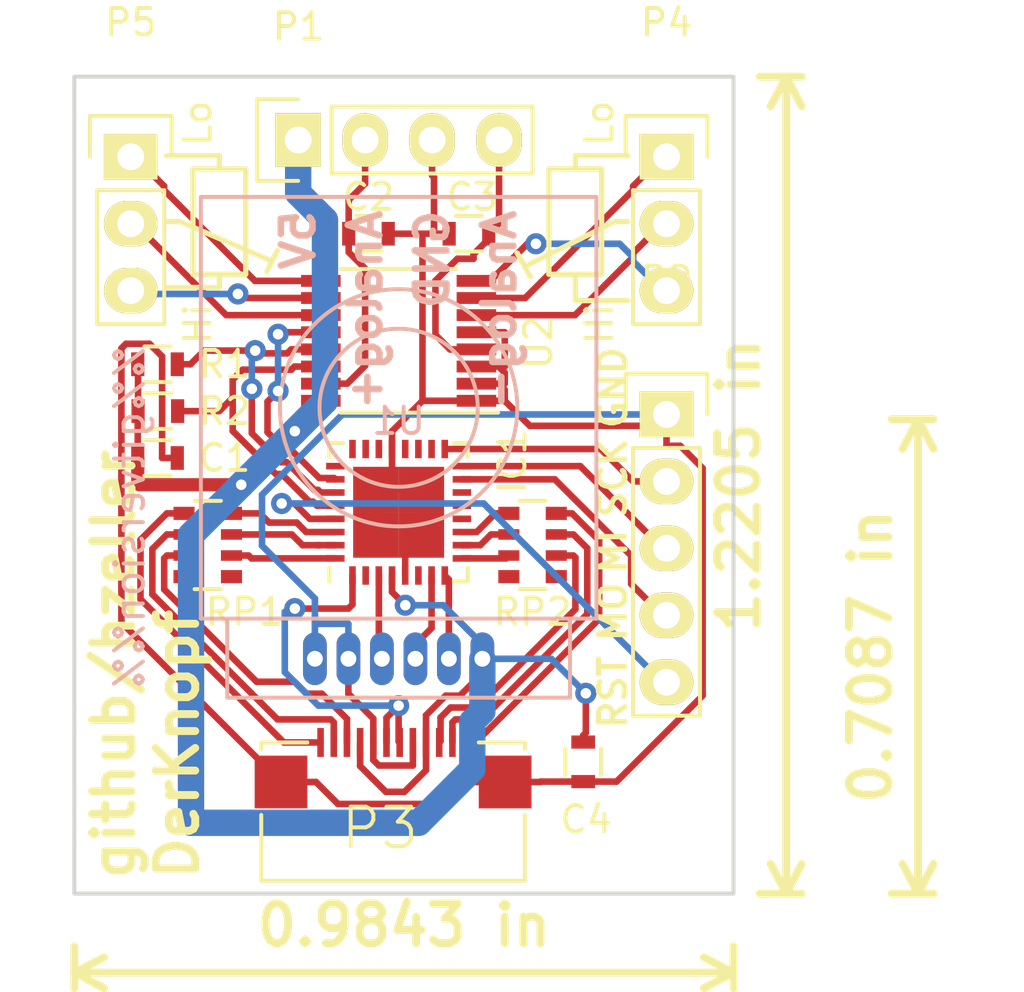
<source format=kicad_pcb>
(kicad_pcb (version 20171130) (host pcbnew "(5.1.12)-1")

  (general
    (thickness 1.6)
    (drawings 48)
    (tracks 322)
    (zones 0)
    (modules 16)
    (nets 50)
  )

  (page A4)
  (layers
    (0 F.Cu signal)
    (31 B.Cu signal)
    (32 B.Adhes user)
    (33 F.Adhes user)
    (34 B.Paste user)
    (35 F.Paste user)
    (36 B.SilkS user)
    (37 F.SilkS user)
    (38 B.Mask user)
    (39 F.Mask user)
    (40 Dwgs.User user)
    (41 Cmts.User user)
    (42 Eco1.User user)
    (43 Eco2.User user)
    (44 Edge.Cuts user)
    (45 Margin user)
    (46 B.CrtYd user)
    (47 F.CrtYd user)
    (48 B.Fab user)
    (49 F.Fab user)
  )

  (setup
    (last_trace_width 0.25)
    (user_trace_width 0.5)
    (user_trace_width 1)
    (trace_clearance 0.2)
    (zone_clearance 0.508)
    (zone_45_only no)
    (trace_min 0.2)
    (via_size 0.8)
    (via_drill 0.4)
    (via_min_size 0.4)
    (via_min_drill 0.3)
    (uvia_size 0.3)
    (uvia_drill 0.1)
    (uvias_allowed no)
    (uvia_min_size 0.2)
    (uvia_min_drill 0.1)
    (edge_width 0.15)
    (segment_width 0.2)
    (pcb_text_width 0.3)
    (pcb_text_size 1.5 1.5)
    (mod_edge_width 0.15)
    (mod_text_size 1 1)
    (mod_text_width 0.15)
    (pad_size 1.725 1.725)
    (pad_drill 0)
    (pad_to_mask_clearance 0.2)
    (aux_axis_origin 0 0)
    (visible_elements 7FFFFFFF)
    (pcbplotparams
      (layerselection 0x00030_ffffffff)
      (usegerberextensions false)
      (usegerberattributes true)
      (usegerberadvancedattributes true)
      (creategerberjobfile true)
      (excludeedgelayer true)
      (linewidth 0.100000)
      (plotframeref false)
      (viasonmask false)
      (mode 1)
      (useauxorigin false)
      (hpglpennumber 1)
      (hpglpenspeed 20)
      (hpglpendiameter 15.000000)
      (psnegative false)
      (psa4output false)
      (plotreference true)
      (plotvalue true)
      (plotinvisibletext false)
      (padsonsilk false)
      (subtractmaskfromsilk false)
      (outputformat 1)
      (mirror false)
      (drillshape 1)
      (scaleselection 1)
      (outputdirectory ""))
  )

  (net 0 "")
  (net 1 +5V)
  (net 2 GND)
  (net 3 /IR-signal)
  (net 4 "Net-(IC1-Pad9)")
  (net 5 "Net-(IC1-Pad10)")
  (net 6 "Net-(IC1-Pad11)")
  (net 7 "Net-(IC1-Pad30)")
  (net 8 "Net-(IC1-Pad31)")
  (net 9 "Net-(IC1-Pad32)")
  (net 10 V+)
  (net 11 V-)
  (net 12 /D)
  (net 13 /E)
  (net 14 /Button)
  (net 15 /F)
  (net 16 /MOSI)
  (net 17 /MISO)
  (net 18 /SCK)
  (net 19 /QuadA)
  (net 20 /QuadB)
  (net 21 /CE)
  (net 22 /SDA)
  (net 23 /SCL)
  (net 24 /RESET)
  (net 25 /A)
  (net 26 /B)
  (net 27 /C)
  (net 28 /Pot0_H)
  (net 29 /Pot0_W)
  (net 30 /Pot0_L)
  (net 31 /Pot1_L)
  (net 32 /Pot1_W)
  (net 33 /Pot1_H)
  (net 34 "Net-(IC1-Pad25)")
  (net 35 "Net-(IC1-Pad24)")
  (net 36 "Net-(IC1-Pad23)")
  (net 37 "Net-(IC1-Pad22)")
  (net 38 "Net-(IC1-Pad20)")
  (net 39 "Net-(IC1-Pad19)")
  (net 40 "Net-(IC1-Pad18)")
  (net 41 "Net-(IC1-Pad14)")
  (net 42 "Net-(IC1-Pad13)")
  (net 43 "Net-(IC1-Pad12)")
  (net 44 "Net-(IC1-Pad6)")
  (net 45 "Net-(IC1-Pad2)")
  (net 46 "Net-(RP1-Pad4)")
  (net 47 "Net-(RP1-Pad5)")
  (net 48 "Net-(RP2-Pad8)")
  (net 49 "Net-(RP2-Pad1)")

  (net_class Default "This is the default net class."
    (clearance 0.2)
    (trace_width 0.25)
    (via_dia 0.8)
    (via_drill 0.4)
    (uvia_dia 0.3)
    (uvia_drill 0.1)
    (add_net +5V)
    (add_net /A)
    (add_net /B)
    (add_net /Button)
    (add_net /C)
    (add_net /CE)
    (add_net /D)
    (add_net /E)
    (add_net /F)
    (add_net /IR-signal)
    (add_net /MISO)
    (add_net /MOSI)
    (add_net /Pot0_H)
    (add_net /Pot0_L)
    (add_net /Pot0_W)
    (add_net /Pot1_H)
    (add_net /Pot1_L)
    (add_net /Pot1_W)
    (add_net /QuadA)
    (add_net /QuadB)
    (add_net /RESET)
    (add_net /SCK)
    (add_net /SCL)
    (add_net /SDA)
    (add_net GND)
    (add_net "Net-(IC1-Pad10)")
    (add_net "Net-(IC1-Pad11)")
    (add_net "Net-(IC1-Pad12)")
    (add_net "Net-(IC1-Pad13)")
    (add_net "Net-(IC1-Pad14)")
    (add_net "Net-(IC1-Pad18)")
    (add_net "Net-(IC1-Pad19)")
    (add_net "Net-(IC1-Pad2)")
    (add_net "Net-(IC1-Pad20)")
    (add_net "Net-(IC1-Pad22)")
    (add_net "Net-(IC1-Pad23)")
    (add_net "Net-(IC1-Pad24)")
    (add_net "Net-(IC1-Pad25)")
    (add_net "Net-(IC1-Pad30)")
    (add_net "Net-(IC1-Pad31)")
    (add_net "Net-(IC1-Pad32)")
    (add_net "Net-(IC1-Pad6)")
    (add_net "Net-(IC1-Pad9)")
    (add_net "Net-(RP1-Pad4)")
    (add_net "Net-(RP1-Pad5)")
    (add_net "Net-(RP2-Pad1)")
    (add_net "Net-(RP2-Pad8)")
    (add_net V+)
    (add_net V-)
  )

  (net_class little-thicker ""
    (clearance 0.2)
    (trace_width 0.5)
    (via_dia 0.8)
    (via_drill 0.4)
    (uvia_dia 0.3)
    (uvia_drill 0.1)
  )

  (net_class thick ""
    (clearance 0.2)
    (trace_width 0.25)
    (via_dia 0.8)
    (via_drill 0.4)
    (uvia_dia 0.3)
    (uvia_drill 0.1)
  )

  (module knopf:CUI-C14 (layer B.Cu) (tedit 58308759) (tstamp 580D4D60)
    (at 114.3 75.565 180)
    (path /580D1627)
    (fp_text reference U1 (at 0 -0.5 180) (layer B.SilkS)
      (effects (font (size 1 1) (thickness 0.15)) (justify mirror))
    )
    (fp_text value CUI-C14 (at 0 0.5 180) (layer B.Fab)
      (effects (font (size 1 1) (thickness 0.15)) (justify mirror))
    )
    (fp_circle (center 0 0) (end 4.5 0) (layer B.SilkS) (width 0.15))
    (fp_circle (center 0 0) (end 3 0) (layer B.SilkS) (width 0.15))
    (fp_line (start 6.5 -11) (end 6.5 -8) (layer B.SilkS) (width 0.15))
    (fp_line (start -6.5 -11) (end 6.5 -11) (layer B.SilkS) (width 0.15))
    (fp_line (start -6.5 -8) (end -6.5 -11) (layer B.SilkS) (width 0.15))
    (fp_line (start -7.5 -8) (end -7.5 8) (layer B.SilkS) (width 0.15))
    (fp_line (start 7.5 -8) (end -7.5 -8) (layer B.SilkS) (width 0.15))
    (fp_line (start 7.5 8) (end 7.5 -8) (layer B.SilkS) (width 0.15))
    (fp_line (start -7.5 8) (end 7.5 8) (layer B.SilkS) (width 0.15))
    (pad 4 thru_hole oval (at -0.635 -9.525 180) (size 0.9 2) (drill 0.6) (layers *.Cu *.Mask)
      (net 19 /QuadA))
    (pad 5 thru_hole oval (at -1.905 -9.525 180) (size 0.9 2) (drill 0.6) (layers *.Cu *.Mask)
      (net 20 /QuadB))
    (pad 6 thru_hole oval (at -3.175 -9.525 180) (size 0.9 2) (drill 0.6) (layers *.Cu *.Mask)
      (net 1 +5V))
    (pad 3 thru_hole oval (at 0.635 -9.525 180) (size 0.9 2) (drill 0.6) (layers *.Cu *.Mask)
      (net 14 /Button))
    (pad 2 thru_hole oval (at 1.905 -9.525 180) (size 0.9 2) (drill 0.6) (layers *.Cu *.Mask)
      (net 2 GND))
    (pad 1 thru_hole oval (at 3.175 -9.525 180) (size 0.9 2) (drill 0.6) (layers *.Cu *.Mask)
      (net 2 GND))
  )

  (module Housings_DFN_QFN:QFN-32-1EP_5x5mm_Pitch0.5mm (layer F.Cu) (tedit 58308759) (tstamp 580D4CE9)
    (at 114.3 79.53 90)
    (descr "UH Package; 32-Lead Plastic QFN (5mm x 5mm); (see Linear Technology QFN_32_05-08-1693.pdf)")
    (tags "QFN 0.5")
    (path /580D16E1)
    (attr smd)
    (fp_text reference IC1 (at 1.933 4.318 90) (layer F.SilkS)
      (effects (font (size 1 1) (thickness 0.15)))
    )
    (fp_text value ATTINY48-M (at 0 3.75 90) (layer F.Fab)
      (effects (font (size 1 1) (thickness 0.15)))
    )
    (fp_line (start 2.625 -2.625) (end 2.1 -2.625) (layer F.SilkS) (width 0.15))
    (fp_line (start 2.625 2.625) (end 2.1 2.625) (layer F.SilkS) (width 0.15))
    (fp_line (start -2.625 2.625) (end -2.1 2.625) (layer F.SilkS) (width 0.15))
    (fp_line (start -2.625 -2.625) (end -2.1 -2.625) (layer F.SilkS) (width 0.15))
    (fp_line (start 2.625 2.625) (end 2.625 2.1) (layer F.SilkS) (width 0.15))
    (fp_line (start -2.625 2.625) (end -2.625 2.1) (layer F.SilkS) (width 0.15))
    (fp_line (start 2.625 -2.625) (end 2.625 -2.1) (layer F.SilkS) (width 0.15))
    (fp_line (start -3 3) (end 3 3) (layer F.CrtYd) (width 0.05))
    (fp_line (start -3 -3) (end 3 -3) (layer F.CrtYd) (width 0.05))
    (fp_line (start 3 -3) (end 3 3) (layer F.CrtYd) (width 0.05))
    (fp_line (start -3 -3) (end -3 3) (layer F.CrtYd) (width 0.05))
    (pad 1 smd rect (at -2.4 -1.75 90) (size 0.7 0.25) (layers F.Cu F.Paste F.Mask)
      (net 3 /IR-signal))
    (pad 2 smd rect (at -2.4 -1.25 90) (size 0.7 0.25) (layers F.Cu F.Paste F.Mask)
      (net 45 "Net-(IC1-Pad2)"))
    (pad 3 smd rect (at -2.4 -0.75 90) (size 0.7 0.25) (layers F.Cu F.Paste F.Mask)
      (net 14 /Button))
    (pad 4 smd rect (at -2.4 -0.25 90) (size 0.7 0.25) (layers F.Cu F.Paste F.Mask)
      (net 1 +5V))
    (pad 5 smd rect (at -2.4 0.25 90) (size 0.7 0.25) (layers F.Cu F.Paste F.Mask)
      (net 2 GND))
    (pad 6 smd rect (at -2.4 0.75 90) (size 0.7 0.25) (layers F.Cu F.Paste F.Mask)
      (net 44 "Net-(IC1-Pad6)"))
    (pad 7 smd rect (at -2.4 1.25 90) (size 0.7 0.25) (layers F.Cu F.Paste F.Mask)
      (net 19 /QuadA))
    (pad 8 smd rect (at -2.4 1.75 90) (size 0.7 0.25) (layers F.Cu F.Paste F.Mask)
      (net 20 /QuadB))
    (pad 9 smd rect (at -1.75 2.4 180) (size 0.7 0.25) (layers F.Cu F.Paste F.Mask)
      (net 4 "Net-(IC1-Pad9)"))
    (pad 10 smd rect (at -1.25 2.4 180) (size 0.7 0.25) (layers F.Cu F.Paste F.Mask)
      (net 5 "Net-(IC1-Pad10)"))
    (pad 11 smd rect (at -0.75 2.4 180) (size 0.7 0.25) (layers F.Cu F.Paste F.Mask)
      (net 6 "Net-(IC1-Pad11)"))
    (pad 12 smd rect (at -0.25 2.4 180) (size 0.7 0.25) (layers F.Cu F.Paste F.Mask)
      (net 43 "Net-(IC1-Pad12)"))
    (pad 13 smd rect (at 0.25 2.4 180) (size 0.7 0.25) (layers F.Cu F.Paste F.Mask)
      (net 42 "Net-(IC1-Pad13)"))
    (pad 14 smd rect (at 0.75 2.4 180) (size 0.7 0.25) (layers F.Cu F.Paste F.Mask)
      (net 41 "Net-(IC1-Pad14)"))
    (pad 15 smd rect (at 1.25 2.4 180) (size 0.7 0.25) (layers F.Cu F.Paste F.Mask)
      (net 16 /MOSI))
    (pad 16 smd rect (at 1.75 2.4 180) (size 0.7 0.25) (layers F.Cu F.Paste F.Mask)
      (net 17 /MISO))
    (pad 17 smd rect (at 2.4 1.75 90) (size 0.7 0.25) (layers F.Cu F.Paste F.Mask)
      (net 18 /SCK))
    (pad 18 smd rect (at 2.4 1.25 90) (size 0.7 0.25) (layers F.Cu F.Paste F.Mask)
      (net 40 "Net-(IC1-Pad18)"))
    (pad 19 smd rect (at 2.4 0.75 90) (size 0.7 0.25) (layers F.Cu F.Paste F.Mask)
      (net 39 "Net-(IC1-Pad19)"))
    (pad 20 smd rect (at 2.4 0.25 90) (size 0.7 0.25) (layers F.Cu F.Paste F.Mask)
      (net 38 "Net-(IC1-Pad20)"))
    (pad 21 smd rect (at 2.4 -0.25 90) (size 0.7 0.25) (layers F.Cu F.Paste F.Mask)
      (net 2 GND))
    (pad 22 smd rect (at 2.4 -0.75 90) (size 0.7 0.25) (layers F.Cu F.Paste F.Mask)
      (net 37 "Net-(IC1-Pad22)"))
    (pad 23 smd rect (at 2.4 -1.25 90) (size 0.7 0.25) (layers F.Cu F.Paste F.Mask)
      (net 36 "Net-(IC1-Pad23)"))
    (pad 24 smd rect (at 2.4 -1.75 90) (size 0.7 0.25) (layers F.Cu F.Paste F.Mask)
      (net 35 "Net-(IC1-Pad24)"))
    (pad 25 smd rect (at 1.75 -2.4 180) (size 0.7 0.25) (layers F.Cu F.Paste F.Mask)
      (net 34 "Net-(IC1-Pad25)"))
    (pad 26 smd rect (at 1.25 -2.4 180) (size 0.7 0.25) (layers F.Cu F.Paste F.Mask)
      (net 21 /CE))
    (pad 27 smd rect (at 0.75 -2.4 180) (size 0.7 0.25) (layers F.Cu F.Paste F.Mask)
      (net 22 /SDA))
    (pad 28 smd rect (at 0.25 -2.4 180) (size 0.7 0.25) (layers F.Cu F.Paste F.Mask)
      (net 23 /SCL))
    (pad 29 smd rect (at -0.25 -2.4 180) (size 0.7 0.25) (layers F.Cu F.Paste F.Mask)
      (net 24 /RESET))
    (pad 30 smd rect (at -0.75 -2.4 180) (size 0.7 0.25) (layers F.Cu F.Paste F.Mask)
      (net 7 "Net-(IC1-Pad30)"))
    (pad 31 smd rect (at -1.25 -2.4 180) (size 0.7 0.25) (layers F.Cu F.Paste F.Mask)
      (net 8 "Net-(IC1-Pad31)"))
    (pad 32 smd rect (at -1.75 -2.4 180) (size 0.7 0.25) (layers F.Cu F.Paste F.Mask)
      (net 9 "Net-(IC1-Pad32)"))
    (pad 21 smd rect (at 0.8625 0.8625 90) (size 1.725 1.725) (layers F.Cu F.Paste F.Mask)
      (net 2 GND) (solder_paste_margin_ratio -0.2))
    (pad 21 smd rect (at 0.8625 -0.8625 90) (size 1.725 1.725) (layers F.Cu F.Paste F.Mask)
      (net 2 GND) (solder_paste_margin_ratio -0.2))
    (pad 21 smd rect (at -0.8625 0.8625 90) (size 1.725 1.725) (layers F.Cu F.Paste F.Mask)
      (net 2 GND) (solder_paste_margin_ratio -0.2))
    (pad 21 smd rect (at -0.8625 -0.8625 90) (size 1.725 1.725) (layers F.Cu F.Paste F.Mask)
      (net 2 GND) (solder_paste_margin_ratio -0.2))
    (model Housings_DFN_QFN.3dshapes/QFN-32-1EP_5x5mm_Pitch0.5mm.wrl
      (at (xyz 0 0 0))
      (scale (xyz 1 1 1))
      (rotate (xyz 0 0 0))
    )
  )

  (module Pin_Headers:Pin_Header_Straight_1x04 (layer F.Cu) (tedit 58308759) (tstamp 580D4CFC)
    (at 110.49 65.405 90)
    (descr "Through hole pin header")
    (tags "pin header")
    (path /580D2E0D)
    (fp_text reference P1 (at 4.305 0.01 180) (layer F.SilkS)
      (effects (font (size 1 1) (thickness 0.15)))
    )
    (fp_text value CONN_01X04 (at 0 -3.1 90) (layer F.Fab)
      (effects (font (size 1 1) (thickness 0.15)))
    )
    (fp_line (start -1.55 -1.55) (end 1.55 -1.55) (layer F.SilkS) (width 0.15))
    (fp_line (start -1.55 0) (end -1.55 -1.55) (layer F.SilkS) (width 0.15))
    (fp_line (start 1.27 1.27) (end -1.27 1.27) (layer F.SilkS) (width 0.15))
    (fp_line (start -1.27 8.89) (end 1.27 8.89) (layer F.SilkS) (width 0.15))
    (fp_line (start 1.55 -1.55) (end 1.55 0) (layer F.SilkS) (width 0.15))
    (fp_line (start 1.27 1.27) (end 1.27 8.89) (layer F.SilkS) (width 0.15))
    (fp_line (start -1.27 1.27) (end -1.27 8.89) (layer F.SilkS) (width 0.15))
    (fp_line (start -1.75 9.4) (end 1.75 9.4) (layer F.CrtYd) (width 0.05))
    (fp_line (start -1.75 -1.75) (end 1.75 -1.75) (layer F.CrtYd) (width 0.05))
    (fp_line (start 1.75 -1.75) (end 1.75 9.4) (layer F.CrtYd) (width 0.05))
    (fp_line (start -1.75 -1.75) (end -1.75 9.4) (layer F.CrtYd) (width 0.05))
    (pad 1 thru_hole rect (at 0 0 90) (size 2.032 1.7272) (drill 1.016) (layers *.Cu *.Mask F.SilkS)
      (net 1 +5V))
    (pad 2 thru_hole oval (at 0 2.54 90) (size 2.032 1.7272) (drill 1.016) (layers *.Cu *.Mask F.SilkS)
      (net 10 V+))
    (pad 3 thru_hole oval (at 0 5.08 90) (size 2.032 1.7272) (drill 1.016) (layers *.Cu *.Mask F.SilkS)
      (net 2 GND))
    (pad 4 thru_hole oval (at 0 7.62 90) (size 2.032 1.7272) (drill 1.016) (layers *.Cu *.Mask F.SilkS)
      (net 11 V-))
    (model Pin_Headers.3dshapes/Pin_Header_Straight_1x04.wrl
      (offset (xyz 0 -3.809999942779541 0))
      (scale (xyz 1 1 1))
      (rotate (xyz 0 0 90))
    )
  )

  (module Pin_Headers:Pin_Header_Straight_1x05 (layer F.Cu) (tedit 58308759) (tstamp 580D4D10)
    (at 124.46 75.819)
    (descr "Through hole pin header")
    (tags "pin header")
    (path /580D2FED)
    (fp_text reference P2 (at 0 -5.1) (layer F.SilkS)
      (effects (font (size 1 1) (thickness 0.15)))
    )
    (fp_text value CONN_01X05 (at 0 -3.1) (layer F.Fab)
      (effects (font (size 1 1) (thickness 0.15)))
    )
    (fp_line (start 1.27 1.27) (end -1.27 1.27) (layer F.SilkS) (width 0.15))
    (fp_line (start -1.27 11.43) (end -1.27 1.27) (layer F.SilkS) (width 0.15))
    (fp_line (start 1.27 11.43) (end -1.27 11.43) (layer F.SilkS) (width 0.15))
    (fp_line (start 1.27 1.27) (end 1.27 11.43) (layer F.SilkS) (width 0.15))
    (fp_line (start -1.75 11.95) (end 1.75 11.95) (layer F.CrtYd) (width 0.05))
    (fp_line (start -1.75 -1.75) (end 1.75 -1.75) (layer F.CrtYd) (width 0.05))
    (fp_line (start 1.75 -1.75) (end 1.75 11.95) (layer F.CrtYd) (width 0.05))
    (fp_line (start -1.75 -1.75) (end -1.75 11.95) (layer F.CrtYd) (width 0.05))
    (fp_line (start 1.55 -1.55) (end 1.55 0) (layer F.SilkS) (width 0.15))
    (fp_line (start -1.55 -1.55) (end 1.55 -1.55) (layer F.SilkS) (width 0.15))
    (fp_line (start -1.55 0) (end -1.55 -1.55) (layer F.SilkS) (width 0.15))
    (pad 1 thru_hole rect (at 0 0) (size 2.032 1.7272) (drill 1.016) (layers *.Cu *.Mask F.SilkS)
      (net 2 GND))
    (pad 2 thru_hole oval (at 0 2.54) (size 2.032 1.7272) (drill 1.016) (layers *.Cu *.Mask F.SilkS)
      (net 18 /SCK))
    (pad 3 thru_hole oval (at 0 5.08) (size 2.032 1.7272) (drill 1.016) (layers *.Cu *.Mask F.SilkS)
      (net 17 /MISO))
    (pad 4 thru_hole oval (at 0 7.62) (size 2.032 1.7272) (drill 1.016) (layers *.Cu *.Mask F.SilkS)
      (net 16 /MOSI))
    (pad 5 thru_hole oval (at 0 10.16) (size 2.032 1.7272) (drill 1.016) (layers *.Cu *.Mask F.SilkS)
      (net 24 /RESET))
    (model Pin_Headers.3dshapes/Pin_Header_Straight_1x05.wrl
      (offset (xyz 0 -5.079999923706055 0))
      (scale (xyz 1 1 1))
      (rotate (xyz 0 0 90))
    )
  )

  (module knopf:FlatFlexConn (layer F.Cu) (tedit 58308759) (tstamp 580D4D29)
    (at 114.09 88.765)
    (path /58308878)
    (fp_text reference P3 (at -0.5 2.75) (layer F.SilkS)
      (effects (font (size 1.5 1.5) (thickness 0.15)))
    )
    (fp_text value CONN_01X13 (at 0 -3.25) (layer F.Fab)
      (effects (font (size 1.5 1.5) (thickness 0.15)))
    )
    (fp_line (start -5 4.75) (end -5 2.25) (layer F.SilkS) (width 0.15))
    (fp_line (start 5 4.75) (end -5 4.75) (layer F.SilkS) (width 0.15))
    (fp_line (start 5 2.25) (end 5 4.75) (layer F.SilkS) (width 0.15))
    (fp_line (start 5 -0.5) (end 5 -0.25) (layer F.SilkS) (width 0.15))
    (fp_line (start 3.25 -0.5) (end 5 -0.5) (layer F.SilkS) (width 0.15))
    (fp_line (start -5 -0.5) (end -3.25 -0.5) (layer F.SilkS) (width 0.15))
    (fp_line (start -5 -0.5) (end -5 -0.25) (layer F.SilkS) (width 0.15))
    (pad 6 smd rect (at -0.25 -0.5) (size 0.25 1.1) (layers F.Cu F.Paste F.Mask)
      (net 3 /IR-signal))
    (pad 7 smd rect (at 0.25 -0.5) (size 0.25 1.1) (layers F.Cu F.Paste F.Mask)
      (net 3 /IR-signal))
    (pad 5 smd rect (at -0.75 -0.5) (size 0.25 1.1) (layers F.Cu F.Paste F.Mask)
      (net 2 GND))
    (pad 4 smd rect (at -1.25 -0.5) (size 0.25 1.1) (layers F.Cu F.Paste F.Mask)
      (net 1 +5V))
    (pad 3 smd rect (at -1.75 -0.5) (size 0.25 1.1) (layers F.Cu F.Paste F.Mask)
      (net 27 /C))
    (pad 2 smd rect (at -2.25 -0.5) (size 0.25 1.1) (layers F.Cu F.Paste F.Mask)
      (net 26 /B))
    (pad 1 smd rect (at -2.75 -0.5) (size 0.25 1.1) (layers F.Cu F.Paste F.Mask)
      (net 25 /A))
    (pad 8 smd rect (at 0.75 -0.5) (size 0.25 1.1) (layers F.Cu F.Paste F.Mask)
      (net 2 GND))
    (pad 9 smd rect (at 1.25 -0.5) (size 0.25 1.1) (layers F.Cu F.Paste F.Mask)
      (net 1 +5V))
    (pad 10 smd rect (at 1.75 -0.5) (size 0.25 1.1) (layers F.Cu F.Paste F.Mask)
      (net 12 /D))
    (pad 11 smd rect (at 2.25 -0.5) (size 0.25 1.1) (layers F.Cu F.Paste F.Mask)
      (net 13 /E))
    (pad 12 smd rect (at 2.75 -0.5) (size 0.25 1.1) (layers F.Cu F.Paste F.Mask)
      (net 15 /F))
    (pad 13 smd rect (at -4.25 1) (size 2 2) (layers F.Cu F.Paste F.Mask)
      (net 2 GND))
    (pad 13 smd rect (at 4.25 1) (size 2 2) (layers F.Cu F.Paste F.Mask)
      (net 2 GND))
  )

  (module Pin_Headers:Pin_Header_Straight_1x03 (layer F.Cu) (tedit 58308759) (tstamp 580D4D3B)
    (at 124.46 66.04)
    (descr "Through hole pin header")
    (tags "pin header")
    (path /580D3FA0)
    (fp_text reference P4 (at 0 -5.1) (layer F.SilkS)
      (effects (font (size 1 1) (thickness 0.15)))
    )
    (fp_text value CONN_01X03 (at 0 -3.1) (layer F.Fab)
      (effects (font (size 1 1) (thickness 0.15)))
    )
    (fp_line (start -1.55 -1.55) (end 1.55 -1.55) (layer F.SilkS) (width 0.15))
    (fp_line (start -1.55 0) (end -1.55 -1.55) (layer F.SilkS) (width 0.15))
    (fp_line (start 1.27 1.27) (end -1.27 1.27) (layer F.SilkS) (width 0.15))
    (fp_line (start 1.55 -1.55) (end 1.55 0) (layer F.SilkS) (width 0.15))
    (fp_line (start 1.27 6.35) (end 1.27 1.27) (layer F.SilkS) (width 0.15))
    (fp_line (start -1.27 6.35) (end 1.27 6.35) (layer F.SilkS) (width 0.15))
    (fp_line (start -1.27 1.27) (end -1.27 6.35) (layer F.SilkS) (width 0.15))
    (fp_line (start -1.75 6.85) (end 1.75 6.85) (layer F.CrtYd) (width 0.05))
    (fp_line (start -1.75 -1.75) (end 1.75 -1.75) (layer F.CrtYd) (width 0.05))
    (fp_line (start 1.75 -1.75) (end 1.75 6.85) (layer F.CrtYd) (width 0.05))
    (fp_line (start -1.75 -1.75) (end -1.75 6.85) (layer F.CrtYd) (width 0.05))
    (pad 1 thru_hole rect (at 0 0) (size 2.032 1.7272) (drill 1.016) (layers *.Cu *.Mask F.SilkS)
      (net 30 /Pot0_L))
    (pad 2 thru_hole oval (at 0 2.54) (size 2.032 1.7272) (drill 1.016) (layers *.Cu *.Mask F.SilkS)
      (net 29 /Pot0_W))
    (pad 3 thru_hole oval (at 0 5.08) (size 2.032 1.7272) (drill 1.016) (layers *.Cu *.Mask F.SilkS)
      (net 28 /Pot0_H))
    (model Pin_Headers.3dshapes/Pin_Header_Straight_1x03.wrl
      (offset (xyz 0 -2.539999961853027 0))
      (scale (xyz 1 1 1))
      (rotate (xyz 0 0 90))
    )
  )

  (module Pin_Headers:Pin_Header_Straight_1x03 (layer F.Cu) (tedit 58308759) (tstamp 580D4D4D)
    (at 104.14 66.04)
    (descr "Through hole pin header")
    (tags "pin header")
    (path /580D4080)
    (fp_text reference P5 (at 0 -5.1) (layer F.SilkS)
      (effects (font (size 1 1) (thickness 0.15)))
    )
    (fp_text value CONN_01X03 (at 0 -3.1) (layer F.Fab)
      (effects (font (size 1 1) (thickness 0.15)))
    )
    (fp_line (start -1.75 -1.75) (end -1.75 6.85) (layer F.CrtYd) (width 0.05))
    (fp_line (start 1.75 -1.75) (end 1.75 6.85) (layer F.CrtYd) (width 0.05))
    (fp_line (start -1.75 -1.75) (end 1.75 -1.75) (layer F.CrtYd) (width 0.05))
    (fp_line (start -1.75 6.85) (end 1.75 6.85) (layer F.CrtYd) (width 0.05))
    (fp_line (start -1.27 1.27) (end -1.27 6.35) (layer F.SilkS) (width 0.15))
    (fp_line (start -1.27 6.35) (end 1.27 6.35) (layer F.SilkS) (width 0.15))
    (fp_line (start 1.27 6.35) (end 1.27 1.27) (layer F.SilkS) (width 0.15))
    (fp_line (start 1.55 -1.55) (end 1.55 0) (layer F.SilkS) (width 0.15))
    (fp_line (start 1.27 1.27) (end -1.27 1.27) (layer F.SilkS) (width 0.15))
    (fp_line (start -1.55 0) (end -1.55 -1.55) (layer F.SilkS) (width 0.15))
    (fp_line (start -1.55 -1.55) (end 1.55 -1.55) (layer F.SilkS) (width 0.15))
    (pad 3 thru_hole oval (at 0 5.08) (size 2.032 1.7272) (drill 1.016) (layers *.Cu *.Mask F.SilkS)
      (net 33 /Pot1_H))
    (pad 2 thru_hole oval (at 0 2.54) (size 2.032 1.7272) (drill 1.016) (layers *.Cu *.Mask F.SilkS)
      (net 32 /Pot1_W))
    (pad 1 thru_hole rect (at 0 0) (size 2.032 1.7272) (drill 1.016) (layers *.Cu *.Mask F.SilkS)
      (net 31 /Pot1_L))
    (model Pin_Headers.3dshapes/Pin_Header_Straight_1x03.wrl
      (offset (xyz 0 -2.539999961853027 0))
      (scale (xyz 1 1 1))
      (rotate (xyz 0 0 90))
    )
  )

  (module Housings_SSOP:TSSOP-16_4.4x5mm_Pitch0.65mm (layer F.Cu) (tedit 58308759) (tstamp 580D4D7A)
    (at 114.3 73.025 180)
    (descr "16-Lead Plastic Thin Shrink Small Outline (ST)-4.4 mm Body [TSSOP] (see Microchip Packaging Specification 00000049BS.pdf)")
    (tags "SSOP 0.65")
    (path /580D1ED4)
    (attr smd)
    (fp_text reference U2 (at -5.3 -0.075 270) (layer F.SilkS)
      (effects (font (size 1 1) (thickness 0.15)))
    )
    (fp_text value DS1882 (at 0 3.55 180) (layer F.Fab)
      (effects (font (size 1 1) (thickness 0.15)))
    )
    (fp_line (start -3.775 -2.725) (end 2.2 -2.725) (layer F.SilkS) (width 0.15))
    (fp_line (start -2.2 2.725) (end 2.2 2.725) (layer F.SilkS) (width 0.15))
    (fp_line (start -3.95 2.8) (end 3.95 2.8) (layer F.CrtYd) (width 0.05))
    (fp_line (start -3.95 -2.8) (end 3.95 -2.8) (layer F.CrtYd) (width 0.05))
    (fp_line (start 3.95 -2.8) (end 3.95 2.8) (layer F.CrtYd) (width 0.05))
    (fp_line (start -3.95 -2.8) (end -3.95 2.8) (layer F.CrtYd) (width 0.05))
    (pad 1 smd rect (at -2.95 -2.275 180) (size 1.5 0.45) (layers F.Cu F.Paste F.Mask)
      (net 2 GND))
    (pad 2 smd rect (at -2.95 -1.625 180) (size 1.5 0.45) (layers F.Cu F.Paste F.Mask)
      (net 2 GND))
    (pad 3 smd rect (at -2.95 -0.975 180) (size 1.5 0.45) (layers F.Cu F.Paste F.Mask)
      (net 2 GND))
    (pad 4 smd rect (at -2.95 -0.325 180) (size 1.5 0.45) (layers F.Cu F.Paste F.Mask)
      (net 11 V-))
    (pad 5 smd rect (at -2.95 0.325 180) (size 1.5 0.45) (layers F.Cu F.Paste F.Mask)
      (net 2 GND))
    (pad 6 smd rect (at -2.95 0.975 180) (size 1.5 0.45) (layers F.Cu F.Paste F.Mask)
      (net 29 /Pot0_W))
    (pad 7 smd rect (at -2.95 1.625 180) (size 1.5 0.45) (layers F.Cu F.Paste F.Mask)
      (net 30 /Pot0_L))
    (pad 8 smd rect (at -2.95 2.275 180) (size 1.5 0.45) (layers F.Cu F.Paste F.Mask)
      (net 28 /Pot0_H))
    (pad 9 smd rect (at 2.95 2.275 180) (size 1.5 0.45) (layers F.Cu F.Paste F.Mask)
      (net 31 /Pot1_L))
    (pad 10 smd rect (at 2.95 1.625 180) (size 1.5 0.45) (layers F.Cu F.Paste F.Mask)
      (net 33 /Pot1_H))
    (pad 11 smd rect (at 2.95 0.975 180) (size 1.5 0.45) (layers F.Cu F.Paste F.Mask)
      (net 32 /Pot1_W))
    (pad 12 smd rect (at 2.95 0.325 180) (size 1.5 0.45) (layers F.Cu F.Paste F.Mask)
      (net 21 /CE))
    (pad 13 smd rect (at 2.95 -0.325 180) (size 1.5 0.45) (layers F.Cu F.Paste F.Mask)
      (net 22 /SDA))
    (pad 14 smd rect (at 2.95 -0.975 180) (size 1.5 0.45) (layers F.Cu F.Paste F.Mask)
      (net 23 /SCL))
    (pad 15 smd rect (at 2.95 -1.625 180) (size 1.5 0.45) (layers F.Cu F.Paste F.Mask)
      (net 10 V+))
    (pad 16 smd rect (at 2.95 -2.275 180) (size 1.5 0.45) (layers F.Cu F.Paste F.Mask)
      (net 1 +5V))
    (model Housings_SSOP.3dshapes/TSSOP-16_4.4x5mm_Pitch0.65mm.wrl
      (at (xyz 0 0 0))
      (scale (xyz 1 1 1))
      (rotate (xyz 0 0 0))
    )
  )

  (module Resistors_SMD:R_Array_Convex_4x0603 (layer F.Cu) (tedit 58308759) (tstamp 580D914C)
    (at 107.061 80.772)
    (descr "Chip Resistor Network, ROHM MNR14 (see mnr_g.pdf)")
    (tags "resistor array")
    (path /580D6A48)
    (attr smd)
    (fp_text reference RP1 (at 1.397 2.54) (layer F.SilkS)
      (effects (font (size 1 1) (thickness 0.15)))
    )
    (fp_text value R_PACK4 (at 0 2.8) (layer F.Fab)
      (effects (font (size 1 1) (thickness 0.15)))
    )
    (fp_line (start -1.55 -1.8) (end 1.55 -1.8) (layer F.CrtYd) (width 0.05))
    (fp_line (start -1.55 1.8) (end 1.55 1.8) (layer F.CrtYd) (width 0.05))
    (fp_line (start -1.55 -1.8) (end -1.55 1.8) (layer F.CrtYd) (width 0.05))
    (fp_line (start 1.55 -1.8) (end 1.55 1.8) (layer F.CrtYd) (width 0.05))
    (fp_line (start 0.5 1.675) (end -0.5 1.675) (layer F.SilkS) (width 0.15))
    (fp_line (start 0.5 -1.675) (end -0.5 -1.675) (layer F.SilkS) (width 0.15))
    (pad 5 smd rect (at 0.9 1.2) (size 0.8 0.5) (layers F.Cu F.Paste F.Mask)
      (net 47 "Net-(RP1-Pad5)"))
    (pad 6 smd rect (at 0.9 0.4) (size 0.8 0.4) (layers F.Cu F.Paste F.Mask)
      (net 9 "Net-(IC1-Pad32)"))
    (pad 8 smd rect (at 0.9 -1.2) (size 0.8 0.5) (layers F.Cu F.Paste F.Mask)
      (net 7 "Net-(IC1-Pad30)"))
    (pad 7 smd rect (at 0.9 -0.4) (size 0.8 0.4) (layers F.Cu F.Paste F.Mask)
      (net 8 "Net-(IC1-Pad31)"))
    (pad 4 smd rect (at -0.9 1.2) (size 0.8 0.5) (layers F.Cu F.Paste F.Mask)
      (net 46 "Net-(RP1-Pad4)"))
    (pad 2 smd rect (at -0.9 -0.4) (size 0.8 0.4) (layers F.Cu F.Paste F.Mask)
      (net 26 /B))
    (pad 3 smd rect (at -0.9 0.4) (size 0.8 0.4) (layers F.Cu F.Paste F.Mask)
      (net 27 /C))
    (pad 1 smd rect (at -0.9 -1.2) (size 0.8 0.5) (layers F.Cu F.Paste F.Mask)
      (net 25 /A))
    (model Resistors_SMD.3dshapes/R_Array_Convex_4x0603.wrl
      (at (xyz 0 0 0))
      (scale (xyz 1 1 1))
      (rotate (xyz 0 0 0))
    )
  )

  (module Resistors_SMD:R_Array_Convex_4x0603 (layer F.Cu) (tedit 58308759) (tstamp 580D915D)
    (at 119.38 80.772 180)
    (descr "Chip Resistor Network, ROHM MNR14 (see mnr_g.pdf)")
    (tags "resistor array")
    (path /580D65E5)
    (attr smd)
    (fp_text reference RP2 (at 0 -2.54 180) (layer F.SilkS)
      (effects (font (size 1 1) (thickness 0.15)))
    )
    (fp_text value R_PACK4 (at 0 2.8 180) (layer F.Fab)
      (effects (font (size 1 1) (thickness 0.15)))
    )
    (fp_line (start 0.5 -1.675) (end -0.5 -1.675) (layer F.SilkS) (width 0.15))
    (fp_line (start 0.5 1.675) (end -0.5 1.675) (layer F.SilkS) (width 0.15))
    (fp_line (start 1.55 -1.8) (end 1.55 1.8) (layer F.CrtYd) (width 0.05))
    (fp_line (start -1.55 -1.8) (end -1.55 1.8) (layer F.CrtYd) (width 0.05))
    (fp_line (start -1.55 1.8) (end 1.55 1.8) (layer F.CrtYd) (width 0.05))
    (fp_line (start -1.55 -1.8) (end 1.55 -1.8) (layer F.CrtYd) (width 0.05))
    (pad 1 smd rect (at -0.9 -1.2 180) (size 0.8 0.5) (layers F.Cu F.Paste F.Mask)
      (net 49 "Net-(RP2-Pad1)"))
    (pad 3 smd rect (at -0.9 0.4 180) (size 0.8 0.4) (layers F.Cu F.Paste F.Mask)
      (net 13 /E))
    (pad 2 smd rect (at -0.9 -0.4 180) (size 0.8 0.4) (layers F.Cu F.Paste F.Mask)
      (net 12 /D))
    (pad 4 smd rect (at -0.9 1.2 180) (size 0.8 0.5) (layers F.Cu F.Paste F.Mask)
      (net 15 /F))
    (pad 7 smd rect (at 0.9 -0.4 180) (size 0.8 0.4) (layers F.Cu F.Paste F.Mask)
      (net 4 "Net-(IC1-Pad9)"))
    (pad 8 smd rect (at 0.9 -1.2 180) (size 0.8 0.5) (layers F.Cu F.Paste F.Mask)
      (net 48 "Net-(RP2-Pad8)"))
    (pad 6 smd rect (at 0.9 0.4 180) (size 0.8 0.4) (layers F.Cu F.Paste F.Mask)
      (net 5 "Net-(IC1-Pad10)"))
    (pad 5 smd rect (at 0.9 1.2 180) (size 0.8 0.5) (layers F.Cu F.Paste F.Mask)
      (net 6 "Net-(IC1-Pad11)"))
    (model Resistors_SMD.3dshapes/R_Array_Convex_4x0603.wrl
      (at (xyz 0 0 0))
      (scale (xyz 1 1 1))
      (rotate (xyz 0 0 0))
    )
  )

  (module Resistors_SMD:R_0603 (layer F.Cu) (tedit 58308759) (tstamp 581FCF1E)
    (at 105.156 73.914)
    (descr "Resistor SMD 0603, reflow soldering, Vishay (see dcrcw.pdf)")
    (tags "resistor 0603")
    (path /581FCC3F)
    (attr smd)
    (fp_text reference R1 (at 2.54 0) (layer F.SilkS)
      (effects (font (size 1 1) (thickness 0.15)))
    )
    (fp_text value 4k7 (at 0 1.9) (layer F.Fab)
      (effects (font (size 1 1) (thickness 0.15)))
    )
    (fp_line (start -0.5 -0.675) (end 0.5 -0.675) (layer F.SilkS) (width 0.15))
    (fp_line (start 0.5 0.675) (end -0.5 0.675) (layer F.SilkS) (width 0.15))
    (fp_line (start 1.3 -0.8) (end 1.3 0.8) (layer F.CrtYd) (width 0.05))
    (fp_line (start -1.3 -0.8) (end -1.3 0.8) (layer F.CrtYd) (width 0.05))
    (fp_line (start -1.3 0.8) (end 1.3 0.8) (layer F.CrtYd) (width 0.05))
    (fp_line (start -1.3 -0.8) (end 1.3 -0.8) (layer F.CrtYd) (width 0.05))
    (pad 1 smd rect (at -0.75 0) (size 0.5 0.9) (layers F.Cu F.Paste F.Mask)
      (net 1 +5V))
    (pad 2 smd rect (at 0.75 0) (size 0.5 0.9) (layers F.Cu F.Paste F.Mask)
      (net 22 /SDA))
    (model Resistors_SMD.3dshapes/R_0603.wrl
      (at (xyz 0 0 0))
      (scale (xyz 1 1 1))
      (rotate (xyz 0 0 0))
    )
  )

  (module Resistors_SMD:R_0603 (layer F.Cu) (tedit 58308759) (tstamp 581FCF2A)
    (at 105.168 75.692)
    (descr "Resistor SMD 0603, reflow soldering, Vishay (see dcrcw.pdf)")
    (tags "resistor 0603")
    (path /581FCCBA)
    (attr smd)
    (fp_text reference R2 (at 2.528 0) (layer F.SilkS)
      (effects (font (size 1 1) (thickness 0.15)))
    )
    (fp_text value 4k7 (at 0 1.9) (layer F.Fab)
      (effects (font (size 1 1) (thickness 0.15)))
    )
    (fp_line (start -1.3 -0.8) (end 1.3 -0.8) (layer F.CrtYd) (width 0.05))
    (fp_line (start -1.3 0.8) (end 1.3 0.8) (layer F.CrtYd) (width 0.05))
    (fp_line (start -1.3 -0.8) (end -1.3 0.8) (layer F.CrtYd) (width 0.05))
    (fp_line (start 1.3 -0.8) (end 1.3 0.8) (layer F.CrtYd) (width 0.05))
    (fp_line (start 0.5 0.675) (end -0.5 0.675) (layer F.SilkS) (width 0.15))
    (fp_line (start -0.5 -0.675) (end 0.5 -0.675) (layer F.SilkS) (width 0.15))
    (pad 2 smd rect (at 0.75 0) (size 0.5 0.9) (layers F.Cu F.Paste F.Mask)
      (net 23 /SCL))
    (pad 1 smd rect (at -0.75 0) (size 0.5 0.9) (layers F.Cu F.Paste F.Mask)
      (net 1 +5V))
    (model Resistors_SMD.3dshapes/R_0603.wrl
      (at (xyz 0 0 0))
      (scale (xyz 1 1 1))
      (rotate (xyz 0 0 0))
    )
  )

  (module Resistors_SMD:R_0603 (layer F.Cu) (tedit 58308759) (tstamp 581FD21F)
    (at 105.156 77.47)
    (descr "Resistor SMD 0603, reflow soldering, Vishay (see dcrcw.pdf)")
    (tags "resistor 0603")
    (path /580D3923)
    (attr smd)
    (fp_text reference C1 (at 2.54 0) (layer F.SilkS)
      (effects (font (size 1 1) (thickness 0.15)))
    )
    (fp_text value 100n (at 0 1.9) (layer F.Fab)
      (effects (font (size 1 1) (thickness 0.15)))
    )
    (fp_line (start -0.5 -0.675) (end 0.5 -0.675) (layer F.SilkS) (width 0.15))
    (fp_line (start 0.5 0.675) (end -0.5 0.675) (layer F.SilkS) (width 0.15))
    (fp_line (start 1.3 -0.8) (end 1.3 0.8) (layer F.CrtYd) (width 0.05))
    (fp_line (start -1.3 -0.8) (end -1.3 0.8) (layer F.CrtYd) (width 0.05))
    (fp_line (start -1.3 0.8) (end 1.3 0.8) (layer F.CrtYd) (width 0.05))
    (fp_line (start -1.3 -0.8) (end 1.3 -0.8) (layer F.CrtYd) (width 0.05))
    (pad 1 smd rect (at -0.75 0) (size 0.5 0.9) (layers F.Cu F.Paste F.Mask)
      (net 1 +5V))
    (pad 2 smd rect (at 0.75 0) (size 0.5 0.9) (layers F.Cu F.Paste F.Mask)
      (net 2 GND))
    (model Resistors_SMD.3dshapes/R_0603.wrl
      (at (xyz 0 0 0))
      (scale (xyz 1 1 1))
      (rotate (xyz 0 0 0))
    )
  )

  (module Resistors_SMD:R_0603 (layer F.Cu) (tedit 58308759) (tstamp 581FD905)
    (at 113.157 68.961)
    (descr "Resistor SMD 0603, reflow soldering, Vishay (see dcrcw.pdf)")
    (tags "resistor 0603")
    (path /580D394B)
    (attr smd)
    (fp_text reference C2 (at 0 -1.397) (layer F.SilkS)
      (effects (font (size 1 1) (thickness 0.15)))
    )
    (fp_text value 100n (at 0 1.9) (layer F.Fab)
      (effects (font (size 1 1) (thickness 0.15)))
    )
    (fp_line (start -0.5 -0.675) (end 0.5 -0.675) (layer F.SilkS) (width 0.15))
    (fp_line (start 0.5 0.675) (end -0.5 0.675) (layer F.SilkS) (width 0.15))
    (fp_line (start 1.3 -0.8) (end 1.3 0.8) (layer F.CrtYd) (width 0.05))
    (fp_line (start -1.3 -0.8) (end -1.3 0.8) (layer F.CrtYd) (width 0.05))
    (fp_line (start -1.3 0.8) (end 1.3 0.8) (layer F.CrtYd) (width 0.05))
    (fp_line (start -1.3 -0.8) (end 1.3 -0.8) (layer F.CrtYd) (width 0.05))
    (pad 1 smd rect (at -0.75 0) (size 0.5 0.9) (layers F.Cu F.Paste F.Mask)
      (net 10 V+))
    (pad 2 smd rect (at 0.75 0) (size 0.5 0.9) (layers F.Cu F.Paste F.Mask)
      (net 2 GND))
    (model Resistors_SMD.3dshapes/R_0603.wrl
      (at (xyz 0 0 0))
      (scale (xyz 1 1 1))
      (rotate (xyz 0 0 0))
    )
  )

  (module Resistors_SMD:R_0603 (layer F.Cu) (tedit 58308759) (tstamp 581FD910)
    (at 116.967 68.961 180)
    (descr "Resistor SMD 0603, reflow soldering, Vishay (see dcrcw.pdf)")
    (tags "resistor 0603")
    (path /580D3ABA)
    (attr smd)
    (fp_text reference C3 (at -0.127 1.397 180) (layer F.SilkS)
      (effects (font (size 1 1) (thickness 0.15)))
    )
    (fp_text value 100n (at 0 1.9 180) (layer F.Fab)
      (effects (font (size 1 1) (thickness 0.15)))
    )
    (fp_line (start -1.3 -0.8) (end 1.3 -0.8) (layer F.CrtYd) (width 0.05))
    (fp_line (start -1.3 0.8) (end 1.3 0.8) (layer F.CrtYd) (width 0.05))
    (fp_line (start -1.3 -0.8) (end -1.3 0.8) (layer F.CrtYd) (width 0.05))
    (fp_line (start 1.3 -0.8) (end 1.3 0.8) (layer F.CrtYd) (width 0.05))
    (fp_line (start 0.5 0.675) (end -0.5 0.675) (layer F.SilkS) (width 0.15))
    (fp_line (start -0.5 -0.675) (end 0.5 -0.675) (layer F.SilkS) (width 0.15))
    (pad 2 smd rect (at 0.75 0 180) (size 0.5 0.9) (layers F.Cu F.Paste F.Mask)
      (net 2 GND))
    (pad 1 smd rect (at -0.75 0 180) (size 0.5 0.9) (layers F.Cu F.Paste F.Mask)
      (net 11 V-))
    (model Resistors_SMD.3dshapes/R_0603.wrl
      (at (xyz 0 0 0))
      (scale (xyz 1 1 1))
      (rotate (xyz 0 0 0))
    )
  )

  (module Resistors_SMD:R_0603 (layer F.Cu) (tedit 58308759) (tstamp 581FD91B)
    (at 121.3 89 270)
    (descr "Resistor SMD 0603, reflow soldering, Vishay (see dcrcw.pdf)")
    (tags "resistor 0603")
    (path /580D70E7)
    (attr smd)
    (fp_text reference C4 (at 2.186 -0.112) (layer F.SilkS)
      (effects (font (size 1 1) (thickness 0.15)))
    )
    (fp_text value 100n (at 0 1.9 270) (layer F.Fab)
      (effects (font (size 1 1) (thickness 0.15)))
    )
    (fp_line (start -0.5 -0.675) (end 0.5 -0.675) (layer F.SilkS) (width 0.15))
    (fp_line (start 0.5 0.675) (end -0.5 0.675) (layer F.SilkS) (width 0.15))
    (fp_line (start 1.3 -0.8) (end 1.3 0.8) (layer F.CrtYd) (width 0.05))
    (fp_line (start -1.3 -0.8) (end -1.3 0.8) (layer F.CrtYd) (width 0.05))
    (fp_line (start -1.3 0.8) (end 1.3 0.8) (layer F.CrtYd) (width 0.05))
    (fp_line (start -1.3 -0.8) (end 1.3 -0.8) (layer F.CrtYd) (width 0.05))
    (pad 1 smd rect (at -0.75 0 270) (size 0.5 0.9) (layers F.Cu F.Paste F.Mask)
      (net 1 +5V))
    (pad 2 smd rect (at 0.75 0 270) (size 0.5 0.9) (layers F.Cu F.Paste F.Mask)
      (net 2 GND))
    (model Resistors_SMD.3dshapes/R_0603.wrl
      (at (xyz 0 0 0))
      (scale (xyz 1 1 1))
      (rotate (xyz 0 0 0))
    )
  )

  (gr_text GND (at 122.428 76.454 90) (layer F.SilkS) (tstamp 581FD9C3)
    (effects (font (size 1 1) (thickness 0.2)) (justify left))
  )
  (gr_text SCK (at 122.428 78.232 90) (layer F.SilkS) (tstamp 581FD9BF)
    (effects (font (size 1 1) (thickness 0.2)))
  )
  (gr_text MI (at 122.428 81.026 90) (layer F.SilkS) (tstamp 581FD9BE)
    (effects (font (size 1 1) (thickness 0.2)))
  )
  (gr_text MO (at 122.428 83.312 90) (layer F.SilkS) (tstamp 581FD9BB)
    (effects (font (size 1 1) (thickness 0.2)))
  )
  (gr_text Analog- (at 118.11 67.945 90) (layer B.SilkS) (tstamp 580E4AD8)
    (effects (font (size 1.2 1.2) (thickness 0.25)) (justify left mirror))
  )
  (gr_text GND (at 115.57 67.945 90) (layer B.SilkS) (tstamp 580E4AD4)
    (effects (font (size 1.2 1.2) (thickness 0.25)) (justify left mirror))
  )
  (gr_text Analog+ (at 113.03 67.945 90) (layer B.SilkS) (tstamp 580E4AD0)
    (effects (font (size 1.2 1.2) (thickness 0.25)) (justify left mirror))
  )
  (gr_text %%gitversion%% (at 104.1 73.1 90) (layer B.SilkS)
    (effects (font (size 1.1 1.1) (thickness 0.15)) (justify left mirror))
  )
  (gr_text "github/hzeller\nDerKnopf" (at 104.7 93.6 90) (layer F.SilkS)
    (effects (font (size 1.5 1.5) (thickness 0.3)) (justify left))
  )
  (gr_text Hi (at 106.68 72.39 90) (layer F.SilkS) (tstamp 580D7799)
    (effects (font (size 1 1) (thickness 0.15)))
  )
  (gr_text Hi (at 121.92 72.39 90) (layer F.SilkS) (tstamp 580D778B)
    (effects (font (size 1 1) (thickness 0.15)))
  )
  (gr_text Lo (at 121.92 64.77 90) (layer F.SilkS) (tstamp 580D7785)
    (effects (font (size 1 1) (thickness 0.15)))
  )
  (gr_text Lo (at 106.68 64.77 90) (layer F.SilkS)
    (effects (font (size 1 1) (thickness 0.15)))
  )
  (gr_text 5V (at 110.49 67.945 90) (layer B.SilkS)
    (effects (font (size 1.2 1.2) (thickness 0.25)) (justify left mirror))
  )
  (gr_text RST (at 122.428 86.36 90) (layer F.SilkS)
    (effects (font (size 1 1) (thickness 0.2)))
  )
  (gr_line (start 118.8 69.7) (end 119.3 70.6) (layer F.SilkS) (width 0.2))
  (gr_line (start 119.1 70.2) (end 118.8 69.7) (layer F.SilkS) (width 0.2))
  (gr_line (start 119.5 70) (end 119.1 70.2) (layer F.SilkS) (width 0.2))
  (gr_line (start 109.7 69.6) (end 109.3 70.4) (layer F.SilkS) (width 0.2))
  (gr_line (start 109.5 70) (end 109.7 69.6) (layer F.SilkS) (width 0.2))
  (gr_line (start 122.5 68.5) (end 119.5 70) (layer F.SilkS) (width 0.2))
  (gr_line (start 123 68.5) (end 122.5 68.5) (layer F.SilkS) (width 0.2))
  (gr_line (start 121 71.5) (end 123 71.5) (layer F.SilkS) (width 0.2))
  (gr_line (start 121 70.5) (end 121 71.5) (layer F.SilkS) (width 0.2))
  (gr_line (start 121 66) (end 123 66) (layer F.SilkS) (width 0.2))
  (gr_line (start 121 66.5) (end 121 66) (layer F.SilkS) (width 0.2))
  (gr_line (start 122 66.5) (end 121 66.5) (layer F.SilkS) (width 0.2))
  (gr_line (start 122 70.5) (end 122 66.5) (layer F.SilkS) (width 0.2))
  (gr_line (start 120 70.5) (end 122 70.5) (layer F.SilkS) (width 0.2))
  (gr_line (start 120 66.5) (end 120 70.5) (layer F.SilkS) (width 0.2))
  (gr_line (start 122 66.5) (end 120 66.5) (layer F.SilkS) (width 0.2))
  (gr_line (start 106 68.5) (end 109.5 70) (layer F.SilkS) (width 0.2))
  (gr_line (start 105.5 68.5) (end 106 68.5) (layer F.SilkS) (width 0.2))
  (gr_line (start 107.5 71) (end 105.5 71) (layer F.SilkS) (width 0.2))
  (gr_line (start 107.5 70.5) (end 107.5 71) (layer F.SilkS) (width 0.2))
  (gr_line (start 107.5 66) (end 105.5 66) (layer F.SilkS) (width 0.2))
  (gr_line (start 107.5 66.5) (end 107.5 66) (layer F.SilkS) (width 0.2))
  (gr_line (start 106.5 70.5) (end 106.5 66.5) (layer F.SilkS) (width 0.2))
  (gr_line (start 108.5 70.5) (end 106.5 70.5) (layer F.SilkS) (width 0.2))
  (gr_line (start 108.5 66.5) (end 108.5 70.5) (layer F.SilkS) (width 0.2))
  (gr_line (start 106.5 66.5) (end 108.5 66.5) (layer F.SilkS) (width 0.2))
  (gr_line (start 102 94) (end 102 63) (layer Edge.Cuts) (width 0.15))
  (gr_line (start 127 94) (end 102 94) (layer Edge.Cuts) (width 0.15))
  (gr_line (start 127 63) (end 127 94) (layer Edge.Cuts) (width 0.15))
  (gr_line (start 102 63) (end 127 63) (layer Edge.Cuts) (width 0.15))
  (dimension 18 (width 0.3) (layer F.SilkS)
    (gr_text "18.000 mm" (at 135.35 85 270) (layer F.SilkS)
      (effects (font (size 1.5 1.5) (thickness 0.3)))
    )
    (feature1 (pts (xy 133 94) (xy 136.7 94)))
    (feature2 (pts (xy 133 76) (xy 136.7 76)))
    (crossbar (pts (xy 134 76) (xy 134 94)))
    (arrow1a (pts (xy 134 94) (xy 133.413579 92.873496)))
    (arrow1b (pts (xy 134 94) (xy 134.586421 92.873496)))
    (arrow2a (pts (xy 134 76) (xy 133.413579 77.126504)))
    (arrow2b (pts (xy 134 76) (xy 134.586421 77.126504)))
  )
  (dimension 31 (width 0.3) (layer F.SilkS)
    (gr_text "31.000 mm" (at 130.35 78.5 270) (layer F.SilkS)
      (effects (font (size 1.5 1.5) (thickness 0.3)))
    )
    (feature1 (pts (xy 128 94) (xy 131.7 94)))
    (feature2 (pts (xy 128 63) (xy 131.7 63)))
    (crossbar (pts (xy 129 63) (xy 129 94)))
    (arrow1a (pts (xy 129 94) (xy 128.413579 92.873496)))
    (arrow1b (pts (xy 129 94) (xy 129.586421 92.873496)))
    (arrow2a (pts (xy 129 63) (xy 128.413579 64.126504)))
    (arrow2b (pts (xy 129 63) (xy 129.586421 64.126504)))
  )
  (dimension 25 (width 0.3) (layer F.SilkS)
    (gr_text "25.000 mm" (at 114.5 98.35) (layer F.SilkS)
      (effects (font (size 1.5 1.5) (thickness 0.3)))
    )
    (feature1 (pts (xy 127 96) (xy 127 99.7)))
    (feature2 (pts (xy 102 96) (xy 102 99.7)))
    (crossbar (pts (xy 102 97) (xy 127 97)))
    (arrow1a (pts (xy 127 97) (xy 125.873496 97.586421)))
    (arrow1b (pts (xy 127 97) (xy 125.873496 96.413579)))
    (arrow2a (pts (xy 102 97) (xy 103.126504 97.586421)))
    (arrow2b (pts (xy 102 97) (xy 103.126504 96.413579)))
  )

  (segment (start 121.3 88) (end 121.3 88.25) (width 0.25) (layer F.Cu) (net 1))
  (segment (start 121.4 86.4) (end 121.4 87.9) (width 0.25) (layer F.Cu) (net 1))
  (segment (start 121.4 87.9) (end 121.3 88) (width 0.25) (layer F.Cu) (net 1))
  (segment (start 104.406 77.67) (end 104.406 77.47) (width 0.5) (layer F.Cu) (net 1))
  (segment (start 108.331 78.486) (end 104.472 78.486) (width 0.5) (layer F.Cu) (net 1))
  (segment (start 104.472 78.486) (end 104.406 78.42) (width 0.5) (layer F.Cu) (net 1))
  (segment (start 104.406 78.42) (end 104.406 77.67) (width 0.5) (layer F.Cu) (net 1))
  (segment (start 108.331 78.486) (end 110.363 76.454) (width 1) (layer B.Cu) (net 1))
  (segment (start 117.475 85.09) (end 117.475 87.09) (width 1) (layer B.Cu) (net 1))
  (segment (start 117.475 87.09) (end 117.094 87.471) (width 1) (layer B.Cu) (net 1))
  (segment (start 117.094 87.471) (end 117.094 89.281) (width 1) (layer B.Cu) (net 1))
  (segment (start 117.094 89.281) (end 115.062 91.313) (width 1) (layer B.Cu) (net 1))
  (segment (start 115.062 91.313) (end 106.426 91.313) (width 1) (layer B.Cu) (net 1))
  (segment (start 106.426 91.313) (end 106.426 80.391) (width 1) (layer B.Cu) (net 1))
  (segment (start 106.426 80.391) (end 108.331 78.486) (width 1) (layer B.Cu) (net 1))
  (segment (start 112.84 88.265) (end 112.84 89.1614) (width 0.25) (layer F.Cu) (net 1))
  (segment (start 112.84 89.1614) (end 113.817 90.1385) (width 0.25) (layer F.Cu) (net 1))
  (segment (start 113.817 90.1385) (end 114.521 90.1385) (width 0.25) (layer F.Cu) (net 1))
  (segment (start 114.521 90.1385) (end 115.34 89.3191) (width 0.25) (layer F.Cu) (net 1))
  (segment (start 115.34 89.3191) (end 115.34 88.265) (width 0.25) (layer F.Cu) (net 1))
  (segment (start 114.05 81.93) (end 114.05 82.554) (width 0.25) (layer F.Cu) (net 1))
  (segment (start 114.05 82.554) (end 114.554 83.058) (width 0.25) (layer F.Cu) (net 1))
  (segment (start 114.554 83.058) (end 115.993 83.058) (width 0.25) (layer B.Cu) (net 1))
  (segment (start 115.993 83.058) (end 117.475 84.54) (width 0.25) (layer B.Cu) (net 1))
  (segment (start 117.475 84.54) (end 117.475 85.09) (width 0.25) (layer B.Cu) (net 1))
  (segment (start 117.475 85.09) (end 117.475 85.64) (width 0.25) (layer F.Cu) (net 1))
  (segment (start 117.475 85.64) (end 116.625 86.49) (width 0.25) (layer F.Cu) (net 1))
  (segment (start 116.625 86.49) (end 116.082 86.49) (width 0.25) (layer F.Cu) (net 1))
  (segment (start 116.082 86.49) (end 115.34 87.2322) (width 0.25) (layer F.Cu) (net 1))
  (segment (start 115.34 87.2322) (end 115.34 88.265) (width 0.25) (layer F.Cu) (net 1))
  (segment (start 110.49 65.405) (end 110.49 67.421) (width 1) (layer B.Cu) (net 1))
  (segment (start 110.49 67.421) (end 111.506 68.437) (width 1) (layer B.Cu) (net 1))
  (segment (start 111.506 68.437) (end 111.506 75.311) (width 1) (layer B.Cu) (net 1))
  (segment (start 111.506 75.311) (end 110.363 76.454) (width 1) (layer B.Cu) (net 1))
  (segment (start 111.35 75.3) (end 111.35 75.467) (width 0.25) (layer F.Cu) (net 1))
  (segment (start 111.35 75.467) (end 110.363 76.454) (width 0.25) (layer F.Cu) (net 1))
  (segment (start 117.475 85.09) (end 120.09 85.09) (width 0.25) (layer B.Cu) (net 1))
  (segment (start 120.09 85.09) (end 121.4 86.4) (width 0.25) (layer B.Cu) (net 1))
  (segment (start 104.406 77.67) (end 104.406 77.47) (width 0.25) (layer F.Cu) (net 1))
  (segment (start 104.406 77.47) (end 104.406 75.704) (width 0.25) (layer F.Cu) (net 1))
  (segment (start 104.406 75.704) (end 104.418 75.692) (width 0.25) (layer F.Cu) (net 1))
  (segment (start 104.418 75.692) (end 104.418 73.926) (width 0.25) (layer F.Cu) (net 1))
  (segment (start 104.418 73.926) (end 104.406 73.914) (width 0.25) (layer F.Cu) (net 1))
  (via (at 114.554 83.058) (size 0.8) (layers F.Cu B.Cu) (net 1))
  (via (at 110.363 76.454) (size 0.8) (layers F.Cu B.Cu) (net 1))
  (via (at 108.331 78.486) (size 0.8) (layers F.Cu B.Cu) (net 1))
  (via (at 121.4 86.4) (size 0.8) (layers F.Cu B.Cu) (net 1))
  (segment (start 111.125 83.7649) (end 111.125 85.09) (width 0.25) (layer B.Cu) (net 2))
  (segment (start 124.46 75.819) (end 112.165 75.819) (width 0.25) (layer B.Cu) (net 2))
  (segment (start 112.165 75.819) (end 109.119 78.865) (width 0.25) (layer B.Cu) (net 2))
  (segment (start 109.119 78.865) (end 109.119 80.7982) (width 0.25) (layer B.Cu) (net 2))
  (segment (start 109.119 80.7982) (end 111.125 82.8042) (width 0.25) (layer B.Cu) (net 2))
  (segment (start 111.125 82.8042) (end 111.125 83.7649) (width 0.25) (layer B.Cu) (net 2))
  (segment (start 111.125 83.7649) (end 112.395 83.7649) (width 0.25) (layer B.Cu) (net 2))
  (segment (start 112.395 85.09) (end 112.395 83.7649) (width 0.25) (layer B.Cu) (net 2))
  (segment (start 113.7062 78.3988) (end 114.05 78.055) (width 0.25) (layer F.Cu) (net 2))
  (segment (start 114.05 78.055) (end 114.05 77.8051) (width 0.25) (layer F.Cu) (net 2))
  (segment (start 113.4375 78.6675) (end 113.7062 78.3988) (width 0.25) (layer F.Cu) (net 2))
  (segment (start 113.7062 78.3988) (end 113.9749 78.6675) (width 0.25) (layer F.Cu) (net 2))
  (segment (start 115.1625 78.6675) (end 113.9749 78.6675) (width 0.25) (layer F.Cu) (net 2))
  (segment (start 115.1625 80.3925) (end 114.55 81.005) (width 0.25) (layer F.Cu) (net 2))
  (segment (start 114.55 81.005) (end 114.55 81.2549) (width 0.25) (layer F.Cu) (net 2))
  (segment (start 115.1625 80.3925) (end 115.1625 78.6675) (width 0.25) (layer F.Cu) (net 2))
  (segment (start 114.55 81.93) (end 114.55 81.2549) (width 0.25) (layer F.Cu) (net 2))
  (segment (start 113.4375 80.3925) (end 113.4375 78.6675) (width 0.25) (layer F.Cu) (net 2))
  (segment (start 114.05 77.13) (end 114.05 77.8051) (width 0.25) (layer F.Cu) (net 2))
  (segment (start 115.2049 68.961) (end 115.6419 68.961) (width 0.25) (layer F.Cu) (net 2))
  (segment (start 113.907 68.961) (end 115.2049 68.961) (width 0.25) (layer F.Cu) (net 2))
  (segment (start 115.2049 68.961) (end 115.2049 75.3) (width 0.25) (layer F.Cu) (net 2))
  (segment (start 115.2049 75.3) (end 114.05 76.4549) (width 0.25) (layer F.Cu) (net 2))
  (segment (start 117.25 75.3) (end 115.2049 75.3) (width 0.25) (layer F.Cu) (net 2))
  (segment (start 124.46 76.2495) (end 119.2746 76.2495) (width 0.25) (layer F.Cu) (net 2))
  (segment (start 119.2746 76.2495) (end 118.3251 75.3) (width 0.25) (layer F.Cu) (net 2))
  (segment (start 124.46 76.2495) (end 124.46 77.0077) (width 0.25) (layer F.Cu) (net 2))
  (segment (start 124.46 75.819) (end 124.46 76.2495) (width 0.25) (layer F.Cu) (net 2))
  (segment (start 112.395 85.09) (end 112.395 86.4151) (width 0.25) (layer F.Cu) (net 2))
  (segment (start 113.34 88.265) (end 113.34 87.3601) (width 0.25) (layer F.Cu) (net 2))
  (segment (start 113.34 87.3601) (end 112.395 86.4151) (width 0.25) (layer F.Cu) (net 2))
  (segment (start 114.84 89.1401) (end 113.5504 89.1401) (width 0.25) (layer F.Cu) (net 2))
  (segment (start 113.5504 89.1401) (end 113.34 88.9297) (width 0.25) (layer F.Cu) (net 2))
  (segment (start 113.34 88.9297) (end 113.34 88.265) (width 0.25) (layer F.Cu) (net 2))
  (segment (start 114.84 88.265) (end 114.84 89.1401) (width 0.25) (layer F.Cu) (net 2))
  (segment (start 121.3 89.75) (end 122.5675 89.75) (width 0.25) (layer F.Cu) (net 2))
  (segment (start 122.5675 89.75) (end 125.8298 86.4877) (width 0.25) (layer F.Cu) (net 2))
  (segment (start 125.8298 86.4877) (end 125.8298 77.8574) (width 0.25) (layer F.Cu) (net 2))
  (segment (start 125.8298 77.8574) (end 124.9801 77.0077) (width 0.25) (layer F.Cu) (net 2))
  (segment (start 124.9801 77.0077) (end 124.46 77.0077) (width 0.25) (layer F.Cu) (net 2))
  (segment (start 119.6651 89.765) (end 119.6801 89.75) (width 0.25) (layer F.Cu) (net 2))
  (segment (start 119.6801 89.75) (end 121.3 89.75) (width 0.25) (layer F.Cu) (net 2))
  (segment (start 109.84 89.765) (end 111.1651 89.765) (width 0.25) (layer F.Cu) (net 2))
  (segment (start 118.34 89.765) (end 117.0149 89.765) (width 0.25) (layer F.Cu) (net 2))
  (segment (start 117.0149 89.765) (end 116.1817 90.5982) (width 0.25) (layer F.Cu) (net 2))
  (segment (start 116.1817 90.5982) (end 111.9983 90.5982) (width 0.25) (layer F.Cu) (net 2))
  (segment (start 111.9983 90.5982) (end 111.1651 89.765) (width 0.25) (layer F.Cu) (net 2))
  (segment (start 119.0026 89.765) (end 118.34 89.765) (width 0.25) (layer F.Cu) (net 2))
  (segment (start 119.0026 89.765) (end 119.6651 89.765) (width 0.25) (layer F.Cu) (net 2))
  (segment (start 114.05 77.13) (end 114.05 76.4549) (width 0.25) (layer F.Cu) (net 2))
  (segment (start 117.5659 75.3) (end 117.25 75.3) (width 0.25) (layer F.Cu) (net 2))
  (segment (start 117.5659 75.3) (end 118.3251 75.3) (width 0.25) (layer F.Cu) (net 2))
  (segment (start 118.0908 74.65) (end 118.3251 74.8843) (width 0.25) (layer F.Cu) (net 2))
  (segment (start 118.3251 74.8843) (end 118.3251 75.3) (width 0.25) (layer F.Cu) (net 2))
  (segment (start 117.7876 74.65) (end 118.0908 74.65) (width 0.25) (layer F.Cu) (net 2))
  (segment (start 118.0908 74.65) (end 118.3251 74.65) (width 0.25) (layer F.Cu) (net 2))
  (segment (start 117.25 74.65) (end 117.7876 74.65) (width 0.25) (layer F.Cu) (net 2))
  (segment (start 118.0908 74) (end 118.3251 74.2343) (width 0.25) (layer F.Cu) (net 2))
  (segment (start 118.3251 74.2343) (end 118.3251 74.65) (width 0.25) (layer F.Cu) (net 2))
  (segment (start 117.7876 74) (end 118.0908 74) (width 0.25) (layer F.Cu) (net 2))
  (segment (start 118.0908 74) (end 118.3251 74) (width 0.25) (layer F.Cu) (net 2))
  (segment (start 117.25 74) (end 117.7876 74) (width 0.25) (layer F.Cu) (net 2))
  (segment (start 117.25 72.7) (end 118.3251 72.7) (width 0.25) (layer F.Cu) (net 2))
  (segment (start 118.3251 72.7) (end 118.3251 74) (width 0.25) (layer F.Cu) (net 2))
  (segment (start 105.906 77.47) (end 105.3309 77.47) (width 0.25) (layer F.Cu) (net 2))
  (segment (start 105.3309 77.47) (end 105.3309 73.6169) (width 0.25) (layer F.Cu) (net 2))
  (segment (start 105.3309 73.6169) (end 104.8528 73.1388) (width 0.25) (layer F.Cu) (net 2))
  (segment (start 104.8528 73.1388) (end 103.9585 73.1388) (width 0.25) (layer F.Cu) (net 2))
  (segment (start 103.9585 73.1388) (end 103.786 73.3113) (width 0.25) (layer F.Cu) (net 2))
  (segment (start 103.786 73.3113) (end 103.786 83.711) (width 0.25) (layer F.Cu) (net 2))
  (segment (start 103.786 83.711) (end 109.84 89.765) (width 0.25) (layer F.Cu) (net 2))
  (segment (start 115.57 65.405) (end 115.57 66.7461) (width 0.25) (layer F.Cu) (net 2))
  (segment (start 116.217 68.961) (end 115.6419 68.961) (width 0.25) (layer F.Cu) (net 2))
  (segment (start 115.6419 68.961) (end 115.6419 66.818) (width 0.25) (layer F.Cu) (net 2))
  (segment (start 115.6419 66.818) (end 115.57 66.7461) (width 0.25) (layer F.Cu) (net 2))
  (segment (start 114.3 86.868) (end 114.3 88.225) (width 0.25) (layer F.Cu) (net 3))
  (segment (start 114.3 88.225) (end 114.34 88.265) (width 0.25) (layer F.Cu) (net 3))
  (segment (start 113.84 88.265) (end 113.84 87.328) (width 0.25) (layer F.Cu) (net 3))
  (segment (start 113.84 87.328) (end 114.3 86.868) (width 0.25) (layer F.Cu) (net 3))
  (segment (start 110.363 83.185) (end 110.236 83.312) (width 0.25) (layer B.Cu) (net 3))
  (segment (start 110.236 83.312) (end 109.982 83.312) (width 0.25) (layer B.Cu) (net 3))
  (segment (start 109.982 83.312) (end 109.982 85.593) (width 0.25) (layer B.Cu) (net 3))
  (segment (start 109.982 85.593) (end 111.257 86.868) (width 0.25) (layer B.Cu) (net 3))
  (segment (start 111.257 86.868) (end 114.3 86.868) (width 0.25) (layer B.Cu) (net 3))
  (segment (start 110.363 83.185) (end 112.395 83.185) (width 0.25) (layer F.Cu) (net 3))
  (segment (start 112.395 83.185) (end 112.55 83.03) (width 0.25) (layer F.Cu) (net 3))
  (segment (start 112.55 83.03) (end 112.55 81.93) (width 0.25) (layer F.Cu) (net 3))
  (via (at 114.3 86.868) (size 0.8) (layers F.Cu B.Cu) (net 3))
  (via (at 110.363 83.185) (size 0.8) (layers F.Cu B.Cu) (net 3))
  (segment (start 118.48 81.172) (end 118.372 81.28) (width 0.25) (layer F.Cu) (net 4))
  (segment (start 118.372 81.28) (end 116.7 81.28) (width 0.25) (layer F.Cu) (net 4))
  (segment (start 118.48 80.372) (end 117.804 80.372) (width 0.25) (layer F.Cu) (net 5))
  (segment (start 117.804 80.372) (end 117.396 80.78) (width 0.25) (layer F.Cu) (net 5))
  (segment (start 117.396 80.78) (end 116.7 80.78) (width 0.25) (layer F.Cu) (net 5))
  (segment (start 118.48 79.572) (end 117.968 79.572) (width 0.25) (layer F.Cu) (net 6))
  (segment (start 117.968 79.572) (end 117.26 80.28) (width 0.25) (layer F.Cu) (net 6))
  (segment (start 117.26 80.28) (end 116.7 80.28) (width 0.25) (layer F.Cu) (net 6))
  (segment (start 111.9 80.28) (end 111.34 80.28) (width 0.25) (layer F.Cu) (net 7))
  (segment (start 111.34 80.28) (end 111.9 80.28) (width 0.25) (layer F.Cu) (net 7))
  (segment (start 111.34 80.28) (end 110.794 80.28) (width 0.25) (layer F.Cu) (net 7))
  (segment (start 110.794 80.28) (end 110.436 79.922) (width 0.25) (layer F.Cu) (net 7))
  (segment (start 110.436 79.922) (end 109.387 79.922) (width 0.25) (layer F.Cu) (net 7))
  (segment (start 109.387 79.922) (end 109.037 79.572) (width 0.25) (layer F.Cu) (net 7))
  (segment (start 109.037 79.572) (end 107.961 79.572) (width 0.25) (layer F.Cu) (net 7))
  (segment (start 111.3 80.78) (end 111.9 80.78) (width 0.25) (layer F.Cu) (net 8))
  (segment (start 111.204 80.78) (end 111.3 80.78) (width 0.25) (layer F.Cu) (net 8))
  (segment (start 107.961 80.372) (end 110.25 80.372) (width 0.25) (layer F.Cu) (net 8))
  (segment (start 110.25 80.372) (end 110.658 80.78) (width 0.25) (layer F.Cu) (net 8))
  (segment (start 110.658 80.78) (end 111.204 80.78) (width 0.25) (layer F.Cu) (net 8))
  (segment (start 111.204 80.78) (end 111.3 80.78) (width 0.25) (layer F.Cu) (net 8))
  (segment (start 107.961 81.172) (end 108.611 81.172) (width 0.25) (layer F.Cu) (net 9))
  (segment (start 108.611 81.172) (end 108.719 81.28) (width 0.25) (layer F.Cu) (net 9))
  (segment (start 108.719 81.28) (end 111.9 81.28) (width 0.25) (layer F.Cu) (net 9))
  (segment (start 113.03 65.405) (end 113.03 65.5574) (width 0.25) (layer F.Cu) (net 10))
  (segment (start 113.03 65.405) (end 113.03 65.5574) (width 0.25) (layer F.Cu) (net 10))
  (segment (start 113.03 65.5574) (end 113.03 67.056) (width 0.25) (layer F.Cu) (net 10))
  (segment (start 113.03 67.056) (end 112.407 67.679) (width 0.25) (layer F.Cu) (net 10))
  (segment (start 112.407 67.679) (end 112.407 68.961) (width 0.25) (layer F.Cu) (net 10))
  (segment (start 112.407 68.961) (end 112.407 69.661) (width 0.25) (layer F.Cu) (net 10))
  (segment (start 112.407 69.661) (end 113.03 70.284) (width 0.25) (layer F.Cu) (net 10))
  (segment (start 113.03 70.284) (end 113.03 73.97) (width 0.25) (layer F.Cu) (net 10))
  (segment (start 113.03 73.97) (end 112.35 74.65) (width 0.25) (layer F.Cu) (net 10))
  (segment (start 112.35 74.65) (end 111.35 74.65) (width 0.25) (layer F.Cu) (net 10))
  (segment (start 117.717 68.961) (end 117.717 69.161) (width 0.25) (layer F.Cu) (net 11))
  (segment (start 117.717 69.161) (end 117.142 69.736) (width 0.25) (layer F.Cu) (net 11))
  (segment (start 117.142 69.736) (end 117.142 69.911) (width 0.25) (layer F.Cu) (net 11))
  (segment (start 117.142 69.911) (end 116.529 69.911) (width 0.25) (layer F.Cu) (net 11))
  (segment (start 116.529 69.911) (end 115.697 70.743) (width 0.25) (layer F.Cu) (net 11))
  (segment (start 115.697 70.743) (end 115.697 72.797) (width 0.25) (layer F.Cu) (net 11))
  (segment (start 115.697 72.797) (end 116.25 73.35) (width 0.25) (layer F.Cu) (net 11))
  (segment (start 116.25 73.35) (end 117.25 73.35) (width 0.25) (layer F.Cu) (net 11))
  (segment (start 118.11 65.405) (end 118.11 68.568) (width 0.25) (layer F.Cu) (net 11))
  (segment (start 118.11 68.568) (end 117.717 68.961) (width 0.25) (layer F.Cu) (net 11))
  (segment (start 115.84 88.265) (end 115.89 88.215) (width 0.25) (layer F.Cu) (net 12))
  (segment (start 115.89 88.215) (end 115.89 87.3186) (width 0.25) (layer F.Cu) (net 12))
  (segment (start 115.89 87.3186) (end 116.269 86.94) (width 0.25) (layer F.Cu) (net 12))
  (segment (start 116.269 86.94) (end 117.271 86.94) (width 0.25) (layer F.Cu) (net 12))
  (segment (start 117.271 86.94) (end 121.005 83.206) (width 0.25) (layer F.Cu) (net 12))
  (segment (start 121.005 83.206) (end 121.005 81.247) (width 0.25) (layer F.Cu) (net 12))
  (segment (start 121.005 81.247) (end 120.93 81.172) (width 0.25) (layer F.Cu) (net 12))
  (segment (start 120.93 81.172) (end 120.28 81.172) (width 0.25) (layer F.Cu) (net 12))
  (segment (start 116.34 88.265) (end 116.34 87.505) (width 0.25) (layer F.Cu) (net 13))
  (segment (start 116.34 87.505) (end 116.455 87.39) (width 0.25) (layer F.Cu) (net 13))
  (segment (start 116.455 87.39) (end 117.457 87.39) (width 0.25) (layer F.Cu) (net 13))
  (segment (start 117.457 87.39) (end 121.455 83.3924) (width 0.25) (layer F.Cu) (net 13))
  (segment (start 121.455 83.3924) (end 121.455 80.897) (width 0.25) (layer F.Cu) (net 13))
  (segment (start 121.455 80.897) (end 120.93 80.372) (width 0.25) (layer F.Cu) (net 13))
  (segment (start 120.93 80.372) (end 120.28 80.372) (width 0.25) (layer F.Cu) (net 13))
  (segment (start 113.55 81.93) (end 113.55 84.975) (width 0.25) (layer F.Cu) (net 14))
  (segment (start 113.55 84.975) (end 113.665 85.09) (width 0.25) (layer F.Cu) (net 14))
  (segment (start 116.84 88.265) (end 117.219 88.265) (width 0.25) (layer F.Cu) (net 15))
  (segment (start 117.219 88.265) (end 121.905 83.5788) (width 0.25) (layer F.Cu) (net 15))
  (segment (start 121.905 83.5788) (end 121.905 80.5984) (width 0.25) (layer F.Cu) (net 15))
  (segment (start 121.905 80.5984) (end 120.879 79.572) (width 0.25) (layer F.Cu) (net 15))
  (segment (start 120.879 79.572) (end 120.28 79.572) (width 0.25) (layer F.Cu) (net 15))
  (segment (start 116.7 78.28) (end 120.223 78.28) (width 0.25) (layer F.Cu) (net 16))
  (segment (start 120.223 78.28) (end 123.119 81.176) (width 0.25) (layer F.Cu) (net 16))
  (segment (start 123.119 81.176) (end 123.119 82.2504) (width 0.25) (layer F.Cu) (net 16))
  (segment (start 123.119 82.2504) (end 124.308 83.439) (width 0.25) (layer F.Cu) (net 16))
  (segment (start 124.308 83.439) (end 124.46 83.439) (width 0.25) (layer F.Cu) (net 16))
  (segment (start 124.46 80.899) (end 124.308 80.899) (width 0.25) (layer F.Cu) (net 17))
  (segment (start 124.308 80.899) (end 121.189 77.78) (width 0.25) (layer F.Cu) (net 17))
  (segment (start 121.189 77.78) (end 116.7 77.78) (width 0.25) (layer F.Cu) (net 17))
  (segment (start 124.46 78.359) (end 123.194 78.359) (width 0.25) (layer F.Cu) (net 18))
  (segment (start 123.194 78.359) (end 121.965 77.13) (width 0.25) (layer F.Cu) (net 18))
  (segment (start 121.965 77.13) (end 116.05 77.13) (width 0.25) (layer F.Cu) (net 18))
  (segment (start 115.55 81.93) (end 115.55 83.925) (width 0.25) (layer F.Cu) (net 19))
  (segment (start 115.55 83.925) (end 114.935 84.54) (width 0.25) (layer F.Cu) (net 19))
  (segment (start 114.935 84.54) (end 114.935 85.09) (width 0.25) (layer F.Cu) (net 19))
  (segment (start 116.205 85.09) (end 116.205 82.085) (width 0.25) (layer F.Cu) (net 20))
  (segment (start 116.205 82.085) (end 116.05 81.93) (width 0.25) (layer F.Cu) (net 20))
  (segment (start 111.9 78.28) (end 111.85 78.23) (width 0.25) (layer F.Cu) (net 21))
  (segment (start 111.85 78.23) (end 111.29 78.23) (width 0.25) (layer F.Cu) (net 21))
  (segment (start 111.29 78.23) (end 110.239 77.179) (width 0.25) (layer F.Cu) (net 21))
  (segment (start 110.239 77.179) (end 110.015 77.179) (width 0.25) (layer F.Cu) (net 21))
  (segment (start 110.015 77.179) (end 109.328 76.492) (width 0.25) (layer F.Cu) (net 21))
  (segment (start 109.328 76.492) (end 109.328 75.33) (width 0.25) (layer F.Cu) (net 21))
  (segment (start 109.328 75.33) (end 109.728 74.93) (width 0.25) (layer F.Cu) (net 21))
  (segment (start 109.728 74.93) (end 109.728 72.775) (width 0.25) (layer B.Cu) (net 21))
  (segment (start 111.35 72.7) (end 109.803 72.7) (width 0.25) (layer F.Cu) (net 21))
  (segment (start 109.803 72.7) (end 109.728 72.775) (width 0.25) (layer F.Cu) (net 21))
  (via (at 109.728 74.93) (size 0.8) (layers F.Cu B.Cu) (net 21))
  (via (at 109.728 72.775) (size 0.8) (layers F.Cu B.Cu) (net 21))
  (segment (start 108.732 74.8451) (end 108.732 73.5233) (width 0.25) (layer B.Cu) (net 22))
  (segment (start 108.732 73.5233) (end 108.86 73.3951) (width 0.25) (layer B.Cu) (net 22))
  (segment (start 111.9 78.78) (end 111.34 78.78) (width 0.25) (layer F.Cu) (net 22))
  (segment (start 111.34 78.78) (end 111.24 78.68) (width 0.25) (layer F.Cu) (net 22))
  (segment (start 111.24 78.68) (end 111.104 78.68) (width 0.25) (layer F.Cu) (net 22))
  (segment (start 111.104 78.68) (end 110.053 77.629) (width 0.25) (layer F.Cu) (net 22))
  (segment (start 110.053 77.629) (end 109.829 77.629) (width 0.25) (layer F.Cu) (net 22))
  (segment (start 109.829 77.629) (end 108.732 76.532) (width 0.25) (layer F.Cu) (net 22))
  (segment (start 108.732 76.532) (end 108.732 74.8451) (width 0.25) (layer F.Cu) (net 22))
  (segment (start 108.86 73.3951) (end 108.965 73.5) (width 0.25) (layer F.Cu) (net 22))
  (segment (start 108.965 73.5) (end 110.076 73.5) (width 0.25) (layer F.Cu) (net 22))
  (segment (start 110.076 73.5) (end 110.226 73.35) (width 0.25) (layer F.Cu) (net 22))
  (segment (start 110.226 73.35) (end 111.35 73.35) (width 0.25) (layer F.Cu) (net 22))
  (segment (start 105.906 73.914) (end 106.406 73.914) (width 0.25) (layer F.Cu) (net 22))
  (segment (start 106.406 73.914) (end 106.925 73.3951) (width 0.25) (layer F.Cu) (net 22))
  (segment (start 106.925 73.3951) (end 108.86 73.3951) (width 0.25) (layer F.Cu) (net 22))
  (via (at 108.732 74.8451) (size 0.8) (layers F.Cu B.Cu) (net 22))
  (via (at 108.86 73.3951) (size 0.8) (layers F.Cu B.Cu) (net 22))
  (segment (start 108.007 75.184) (end 108.007 74.4971) (width 0.25) (layer F.Cu) (net 23))
  (segment (start 108.007 74.4971) (end 108.384 74.1201) (width 0.25) (layer F.Cu) (net 23))
  (segment (start 108.384 74.1201) (end 110.23 74.1201) (width 0.25) (layer F.Cu) (net 23))
  (segment (start 110.23 74.1201) (end 110.35 74) (width 0.25) (layer F.Cu) (net 23))
  (segment (start 110.35 74) (end 111.35 74) (width 0.25) (layer F.Cu) (net 23))
  (segment (start 111.9 79.28) (end 111.204 79.28) (width 0.25) (layer F.Cu) (net 23))
  (segment (start 111.204 79.28) (end 111.054 79.13) (width 0.25) (layer F.Cu) (net 23))
  (segment (start 111.054 79.13) (end 110.917 79.13) (width 0.25) (layer F.Cu) (net 23))
  (segment (start 110.917 79.13) (end 109.866 78.079) (width 0.25) (layer F.Cu) (net 23))
  (segment (start 109.866 78.079) (end 109.642 78.079) (width 0.25) (layer F.Cu) (net 23))
  (segment (start 109.642 78.079) (end 108.007 76.4434) (width 0.25) (layer F.Cu) (net 23))
  (segment (start 108.007 76.4434) (end 108.007 75.184) (width 0.25) (layer F.Cu) (net 23))
  (segment (start 105.918 75.692) (end 107.499 75.692) (width 0.25) (layer F.Cu) (net 23))
  (segment (start 107.499 75.692) (end 108.007 75.184) (width 0.25) (layer F.Cu) (net 23))
  (segment (start 124.46 85.979) (end 124.308 85.979) (width 0.25) (layer B.Cu) (net 24))
  (segment (start 124.308 85.979) (end 117.526 79.197) (width 0.25) (layer B.Cu) (net 24))
  (segment (start 117.526 79.197) (end 109.864 79.197) (width 0.25) (layer B.Cu) (net 24))
  (segment (start 111.9 79.78) (end 110.931 79.78) (width 0.25) (layer F.Cu) (net 24))
  (segment (start 110.931 79.78) (end 110.348 79.197) (width 0.25) (layer F.Cu) (net 24))
  (segment (start 110.348 79.197) (end 109.864 79.197) (width 0.25) (layer F.Cu) (net 24))
  (via (at 109.864 79.197) (size 0.8) (layers F.Cu B.Cu) (net 24))
  (segment (start 111.34 88.265) (end 109.946 88.265) (width 0.25) (layer F.Cu) (net 25))
  (segment (start 109.946 88.265) (end 104.51 82.8288) (width 0.25) (layer F.Cu) (net 25))
  (segment (start 104.51 82.8288) (end 104.51 80.573) (width 0.25) (layer F.Cu) (net 25))
  (segment (start 104.51 80.573) (end 105.511 79.572) (width 0.25) (layer F.Cu) (net 25))
  (segment (start 105.511 79.572) (end 106.161 79.572) (width 0.25) (layer F.Cu) (net 25))
  (segment (start 111.84 88.265) (end 111.84 87.505) (width 0.25) (layer F.Cu) (net 26))
  (segment (start 111.84 87.505) (end 111.725 87.39) (width 0.25) (layer F.Cu) (net 26))
  (segment (start 111.725 87.39) (end 109.708 87.39) (width 0.25) (layer F.Cu) (net 26))
  (segment (start 109.708 87.39) (end 104.96 82.6424) (width 0.25) (layer F.Cu) (net 26))
  (segment (start 104.96 82.6424) (end 104.96 80.923) (width 0.25) (layer F.Cu) (net 26))
  (segment (start 104.96 80.923) (end 105.511 80.372) (width 0.25) (layer F.Cu) (net 26))
  (segment (start 105.511 80.372) (end 106.161 80.372) (width 0.25) (layer F.Cu) (net 26))
  (segment (start 112.34 88.265) (end 112.34 87.3686) (width 0.25) (layer F.Cu) (net 27))
  (segment (start 112.34 87.3686) (end 111.386 86.415) (width 0.25) (layer F.Cu) (net 27))
  (segment (start 111.386 86.415) (end 110.804 86.415) (width 0.25) (layer F.Cu) (net 27))
  (segment (start 110.804 86.415) (end 110.35 85.961) (width 0.25) (layer F.Cu) (net 27))
  (segment (start 110.35 85.961) (end 108.915 85.961) (width 0.25) (layer F.Cu) (net 27))
  (segment (start 108.915 85.961) (end 105.41 82.456) (width 0.25) (layer F.Cu) (net 27))
  (segment (start 105.41 82.456) (end 105.41 81.273) (width 0.25) (layer F.Cu) (net 27))
  (segment (start 105.41 81.273) (end 105.511 81.172) (width 0.25) (layer F.Cu) (net 27))
  (segment (start 105.511 81.172) (end 106.161 81.172) (width 0.25) (layer F.Cu) (net 27))
  (segment (start 117.25 70.75) (end 117.775 70.75) (width 0.25) (layer F.Cu) (net 28))
  (segment (start 117.775 70.75) (end 119.183 69.342) (width 0.25) (layer F.Cu) (net 28))
  (segment (start 119.183 69.342) (end 119.507 69.342) (width 0.25) (layer F.Cu) (net 28))
  (segment (start 119.507 69.342) (end 122.682 69.342) (width 0.25) (layer B.Cu) (net 28))
  (segment (start 122.682 69.342) (end 123.194 69.854) (width 0.25) (layer B.Cu) (net 28))
  (segment (start 123.194 69.854) (end 123.194 70.0064) (width 0.25) (layer B.Cu) (net 28))
  (segment (start 123.194 70.0064) (end 124.308 71.12) (width 0.25) (layer B.Cu) (net 28))
  (segment (start 124.308 71.12) (end 124.46 71.12) (width 0.25) (layer B.Cu) (net 28))
  (via (at 119.507 69.342) (size 0.8) (layers F.Cu B.Cu) (net 28))
  (segment (start 117.25 72.05) (end 120.99 72.05) (width 0.25) (layer F.Cu) (net 29))
  (segment (start 120.99 72.05) (end 123.194 69.846) (width 0.25) (layer F.Cu) (net 29))
  (segment (start 123.194 69.846) (end 123.194 69.6936) (width 0.25) (layer F.Cu) (net 29))
  (segment (start 123.194 69.6936) (end 124.308 68.58) (width 0.25) (layer F.Cu) (net 29))
  (segment (start 124.308 68.58) (end 124.46 68.58) (width 0.25) (layer F.Cu) (net 29))
  (segment (start 117.25 71.4) (end 119.1 71.4) (width 0.25) (layer F.Cu) (net 30))
  (segment (start 119.1 71.4) (end 123.194 67.306) (width 0.25) (layer F.Cu) (net 30))
  (segment (start 123.194 67.306) (end 123.194 67.1536) (width 0.25) (layer F.Cu) (net 30))
  (segment (start 123.194 67.1536) (end 124.308 66.04) (width 0.25) (layer F.Cu) (net 30))
  (segment (start 124.308 66.04) (end 124.46 66.04) (width 0.25) (layer F.Cu) (net 30))
  (segment (start 111.35 70.75) (end 108.85 70.75) (width 0.25) (layer F.Cu) (net 31))
  (segment (start 108.85 70.75) (end 105.406 67.306) (width 0.25) (layer F.Cu) (net 31))
  (segment (start 105.406 67.306) (end 105.406 67.1536) (width 0.25) (layer F.Cu) (net 31))
  (segment (start 105.406 67.1536) (end 104.292 66.04) (width 0.25) (layer F.Cu) (net 31))
  (segment (start 104.292 66.04) (end 104.14 66.04) (width 0.25) (layer F.Cu) (net 31))
  (segment (start 104.14 68.58) (end 104.292 68.58) (width 0.25) (layer F.Cu) (net 32))
  (segment (start 104.292 68.58) (end 107.762 72.05) (width 0.25) (layer F.Cu) (net 32))
  (segment (start 107.762 72.05) (end 111.35 72.05) (width 0.25) (layer F.Cu) (net 32))
  (segment (start 111.35 71.4) (end 108.357 71.4) (width 0.25) (layer F.Cu) (net 33))
  (segment (start 108.357 71.4) (end 108.204 71.247) (width 0.25) (layer F.Cu) (net 33))
  (segment (start 108.204 71.247) (end 104.267 71.247) (width 0.25) (layer B.Cu) (net 33))
  (segment (start 104.267 71.247) (end 104.14 71.12) (width 0.25) (layer B.Cu) (net 33))
  (via (at 108.204 71.247) (size 0.8) (layers F.Cu B.Cu) (net 33))

)

</source>
